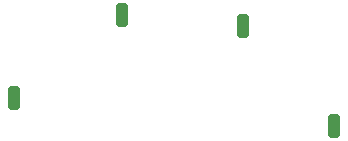
<source format=gbr>
%TF.GenerationSoftware,KiCad,Pcbnew,7.0.9*%
%TF.CreationDate,2024-02-29T12:55:39-04:00*%
%TF.ProjectId,phantomArc,7068616e-746f-46d4-9172-632e6b696361,v0.1*%
%TF.SameCoordinates,Original*%
%TF.FileFunction,Paste,Top*%
%TF.FilePolarity,Positive*%
%FSLAX46Y46*%
G04 Gerber Fmt 4.6, Leading zero omitted, Abs format (unit mm)*
G04 Created by KiCad (PCBNEW 7.0.9) date 2024-02-29 12:55:39*
%MOMM*%
%LPD*%
G01*
G04 APERTURE LIST*
G04 Aperture macros list*
%AMRoundRect*
0 Rectangle with rounded corners*
0 $1 Rounding radius*
0 $2 $3 $4 $5 $6 $7 $8 $9 X,Y pos of 4 corners*
0 Add a 4 corners polygon primitive as box body*
4,1,4,$2,$3,$4,$5,$6,$7,$8,$9,$2,$3,0*
0 Add four circle primitives for the rounded corners*
1,1,$1+$1,$2,$3*
1,1,$1+$1,$4,$5*
1,1,$1+$1,$6,$7*
1,1,$1+$1,$8,$9*
0 Add four rect primitives between the rounded corners*
20,1,$1+$1,$2,$3,$4,$5,0*
20,1,$1+$1,$4,$5,$6,$7,0*
20,1,$1+$1,$6,$7,$8,$9,0*
20,1,$1+$1,$8,$9,$2,$3,0*%
G04 Aperture macros list end*
%ADD10RoundRect,0.250000X-0.250000X-0.750000X0.250000X-0.750000X0.250000X0.750000X-0.250000X0.750000X0*%
G04 APERTURE END LIST*
D10*
%TO.C,Q2_in1*%
X151118000Y-115511000D03*
%TD*%
%TO.C,Q1_in1*%
X142010000Y-122500000D03*
%TD*%
%TO.C,Q3_in1*%
X161339000Y-116405000D03*
%TD*%
%TO.C,Q4_in1*%
X169095000Y-124870000D03*
%TD*%
M02*

</source>
